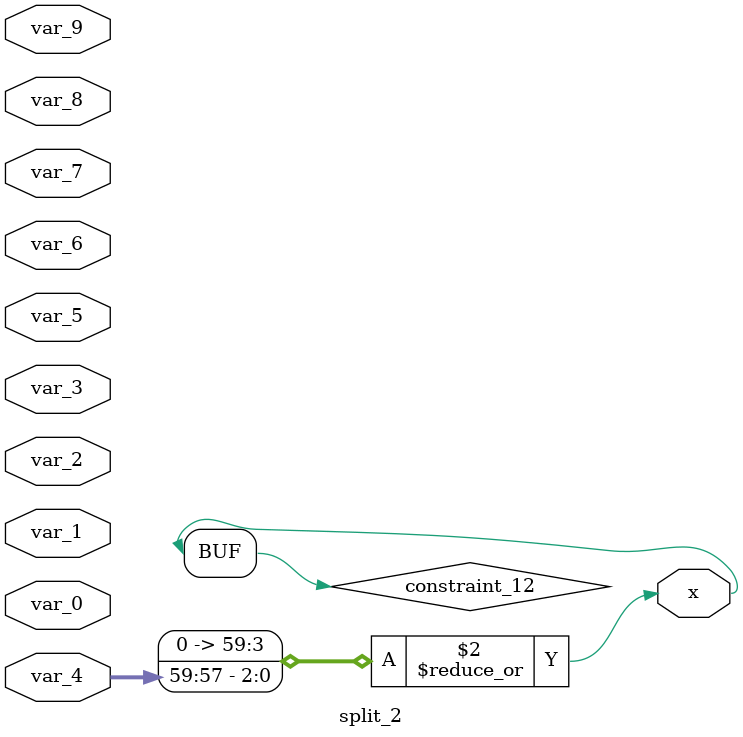
<source format=v>
module split_2(var_0, var_1, var_2, var_3, var_4, var_5, var_6, var_7, var_8, var_9, x);
    input [35:0] var_0;
    input [50:0] var_1;
    input [56:0] var_2;
    input [53:0] var_3;
    input [59:0] var_4;
    input [48:0] var_5;
    input [38:0] var_6;
    input [56:0] var_7;
    input [56:0] var_8;
    input [45:0] var_9;
    output wire x;

    wire constraint_12;

    assign constraint_12 = |((var_4 >> 60'h39));
    assign x = constraint_12;
endmodule

</source>
